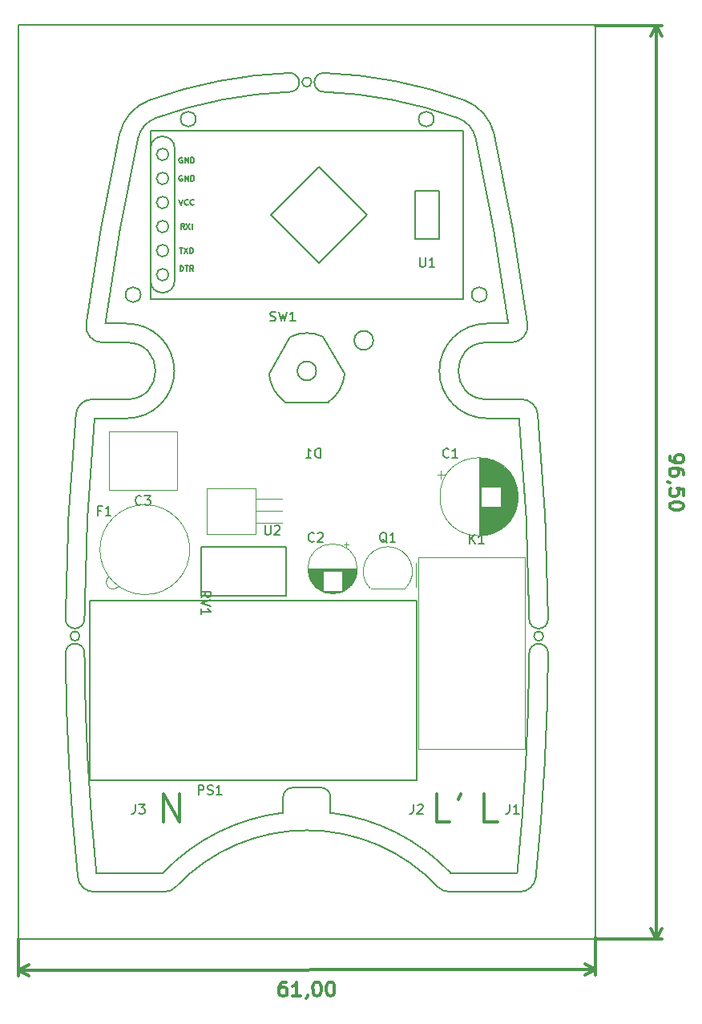
<source format=gbr>
%TF.GenerationSoftware,KiCad,Pcbnew,(5.0.1)-4*%
%TF.CreationDate,2019-03-28T09:30:10+01:00*%
%TF.ProjectId,Funk-Schaltsteckdose,46756E6B2D536368616C74737465636B,rev?*%
%TF.SameCoordinates,Original*%
%TF.FileFunction,Legend,Top*%
%TF.FilePolarity,Positive*%
%FSLAX46Y46*%
G04 Gerber Fmt 4.6, Leading zero omitted, Abs format (unit mm)*
G04 Created by KiCad (PCBNEW (5.0.1)-4) date 28.03.2019 09:30:10*
%MOMM*%
%LPD*%
G01*
G04 APERTURE LIST*
%ADD10C,0.300000*%
%ADD11C,0.150000*%
%ADD12C,0.200000*%
%ADD13C,0.120000*%
G04 APERTURE END LIST*
D10*
X138329877Y-108971042D02*
X138329995Y-109256756D01*
X138401483Y-109399584D01*
X138472941Y-109470983D01*
X138687286Y-109613751D01*
X138973030Y-109685061D01*
X139544459Y-109684824D01*
X139687286Y-109613336D01*
X139758685Y-109541878D01*
X139830055Y-109398991D01*
X139829936Y-109113277D01*
X139758448Y-108970449D01*
X139686990Y-108899050D01*
X139544103Y-108827681D01*
X139186960Y-108827829D01*
X139044133Y-108899317D01*
X138972734Y-108970775D01*
X138901365Y-109113662D01*
X138901483Y-109399376D01*
X138972971Y-109542204D01*
X139044429Y-109613603D01*
X139187316Y-109684972D01*
X139830706Y-110970420D02*
X139830588Y-110684705D01*
X139759100Y-110541878D01*
X139687642Y-110470479D01*
X139473297Y-110327711D01*
X139187553Y-110256401D01*
X138616124Y-110256638D01*
X138473297Y-110328125D01*
X138401898Y-110399584D01*
X138330529Y-110542470D01*
X138330647Y-110828185D01*
X138402135Y-110971012D01*
X138473593Y-111042411D01*
X138616480Y-111113780D01*
X138973623Y-111113632D01*
X139116450Y-111042144D01*
X139187849Y-110970686D01*
X139259218Y-110827799D01*
X139259100Y-110542085D01*
X139187612Y-110399258D01*
X139116154Y-110327859D01*
X138973267Y-110256489D01*
X138402490Y-111828155D02*
X138331062Y-111828184D01*
X138188175Y-111756815D01*
X138116717Y-111685416D01*
X139831624Y-113184705D02*
X139831328Y-112470420D01*
X139117013Y-112399287D01*
X139188471Y-112470686D01*
X139259959Y-112613514D01*
X139260107Y-112970656D01*
X139188738Y-113113543D01*
X139117339Y-113185001D01*
X138974511Y-113256489D01*
X138617368Y-113256637D01*
X138474482Y-113185268D01*
X138403023Y-113113869D01*
X138331536Y-112971041D01*
X138331388Y-112613899D01*
X138402757Y-112471012D01*
X138474156Y-112399554D01*
X139832039Y-114184705D02*
X139832098Y-114327562D01*
X139760729Y-114470449D01*
X139689330Y-114541907D01*
X139546503Y-114613395D01*
X139260818Y-114684942D01*
X138903675Y-114685090D01*
X138617931Y-114613780D01*
X138475044Y-114542411D01*
X138403586Y-114471012D01*
X138332098Y-114328184D01*
X138332039Y-114185327D01*
X138403409Y-114042440D01*
X138474807Y-113970982D01*
X138617635Y-113899494D01*
X138903320Y-113827947D01*
X139260462Y-113827799D01*
X139546206Y-113899109D01*
X139689093Y-113970479D01*
X139760551Y-114041878D01*
X139832039Y-114184705D01*
X136889604Y-63527346D02*
X136929604Y-159987346D01*
X130490000Y-63530000D02*
X137476025Y-63527103D01*
X130530000Y-159990000D02*
X137516025Y-159987103D01*
X136929604Y-159987346D02*
X136342716Y-158861086D01*
X136929604Y-159987346D02*
X137515558Y-158860599D01*
X136889604Y-63527346D02*
X136303650Y-64654093D01*
X136889604Y-63527346D02*
X137476492Y-64653606D01*
X97787536Y-164519697D02*
X97501822Y-164520119D01*
X97359070Y-164591758D01*
X97287747Y-164663292D01*
X97145207Y-164877788D01*
X97074200Y-165163608D01*
X97075043Y-165735036D01*
X97146682Y-165877787D01*
X97218216Y-165949110D01*
X97361179Y-166020328D01*
X97646893Y-166019907D01*
X97789644Y-165948267D01*
X97860967Y-165876733D01*
X97932185Y-165733771D01*
X97931658Y-165376628D01*
X97860019Y-165233877D01*
X97788485Y-165162554D01*
X97645522Y-165091336D01*
X97359808Y-165091758D01*
X97217057Y-165163397D01*
X97145734Y-165234931D01*
X97074516Y-165377893D01*
X99361176Y-166017377D02*
X98504034Y-166018642D01*
X98932605Y-166018009D02*
X98930392Y-164518011D01*
X98787851Y-164732507D01*
X98645205Y-164875575D01*
X98502453Y-164947214D01*
X100075356Y-165944894D02*
X100075461Y-166016323D01*
X100004244Y-166159285D01*
X99932921Y-166230819D01*
X101001818Y-164514954D02*
X101144675Y-164514743D01*
X101287638Y-164585961D01*
X101359172Y-164657284D01*
X101430811Y-164800036D01*
X101502661Y-165085644D01*
X101503188Y-165442787D01*
X101432181Y-165728606D01*
X101360963Y-165871569D01*
X101289640Y-165943102D01*
X101146889Y-166014742D01*
X101004032Y-166014953D01*
X100861069Y-165943735D01*
X100789535Y-165872412D01*
X100717896Y-165729660D01*
X100646046Y-165444052D01*
X100645519Y-165086909D01*
X100716526Y-164801090D01*
X100787744Y-164658127D01*
X100859067Y-164586593D01*
X101001818Y-164514954D01*
X102430388Y-164512846D02*
X102573245Y-164512635D01*
X102716208Y-164583853D01*
X102787741Y-164655176D01*
X102859381Y-164797928D01*
X102931231Y-165083536D01*
X102931758Y-165440679D01*
X102860751Y-165726498D01*
X102789533Y-165869460D01*
X102718210Y-165940994D01*
X102575459Y-166012634D01*
X102432602Y-166012844D01*
X102289639Y-165941627D01*
X102218105Y-165870304D01*
X102146466Y-165727552D01*
X102074616Y-165441944D01*
X102074089Y-165084801D01*
X102145096Y-164798982D01*
X102216313Y-164656019D01*
X102287637Y-164584485D01*
X102430388Y-164512846D01*
X69504933Y-163282860D02*
X130494933Y-163192860D01*
X69500000Y-159940000D02*
X69505798Y-163869280D01*
X130490000Y-159850000D02*
X130495798Y-163779280D01*
X130494933Y-163192860D02*
X129369296Y-163780942D01*
X130494933Y-163192860D02*
X129367565Y-162608102D01*
X69504933Y-163282860D02*
X70632301Y-163867618D01*
X69504933Y-163282860D02*
X70630570Y-162694778D01*
X120151571Y-147662142D02*
X118723000Y-147662142D01*
X118723000Y-144662142D01*
X115119285Y-147662142D02*
X113690714Y-147662142D01*
X113690714Y-144662142D01*
X116262142Y-144662142D02*
X115976428Y-145233571D01*
X84837857Y-147662142D02*
X84837857Y-144662142D01*
X86552142Y-147662142D01*
X86552142Y-144662142D01*
D11*
X113419000Y-73407000D02*
G75*
G03X113419000Y-73407000I-800000J0D01*
G01*
X88273000Y-73407000D02*
G75*
G03X88273000Y-73407000I-800000J0D01*
G01*
X82447000Y-91949000D02*
G75*
G03X82447000Y-91949000I-800000J0D01*
G01*
X119023000Y-91949000D02*
G75*
G03X119023000Y-91949000I-800000J0D01*
G01*
X107015000Y-96775000D02*
G75*
G03X107015000Y-96775000I-1000000J0D01*
G01*
D12*
X82150901Y-75467983D02*
G75*
G02X84065149Y-73283707I2931366J-638041D01*
G01*
X81000000Y-95000000D02*
G75*
G02X81000000Y-105000000I0J-5000000D01*
G01*
X80196658Y-75042623D02*
G75*
G02X83387070Y-71402163I4885609J-1063401D01*
G01*
X115068543Y-155000001D02*
G75*
G02X113820194Y-154461510I0J1716230D01*
G01*
X122685153Y-103000000D02*
G75*
G02X124393757Y-104554632I0J-1716229D01*
G01*
X74506558Y-129807258D02*
G75*
G02X76506506Y-129792742I999974J7258D01*
G01*
X101762500Y-70533059D02*
G75*
G02X115934851Y-73283707I-1762500J-46966941D01*
G01*
X101837500Y-68534465D02*
G75*
G02X116612930Y-71402163I-1837500J-48965535D01*
G01*
X76506506Y-126207258D02*
G75*
G02X77573182Y-105000000I246993494J-1792742D01*
G01*
X78390001Y-97000000D02*
X81000000Y-97000000D01*
X125493442Y-126192742D02*
G75*
G02X123493494Y-126207258I-999974J-7258D01*
G01*
X76506505Y-126207258D02*
G75*
G02X74506559Y-126192742I-999973J7258D01*
G01*
X75606243Y-104554632D02*
G75*
G02X77314847Y-103000000I1708604J-161597D01*
G01*
X83387070Y-71402163D02*
G75*
G02X98162500Y-68534465I16612930J-46097837D01*
G01*
X97500000Y-145000000D02*
G75*
G02X98500000Y-144000000I1000000J0D01*
G01*
X123493494Y-129792742D02*
G75*
G02X122231561Y-153000000I-246993494J1792742D01*
G01*
X75804972Y-153459248D02*
G75*
G02X74506559Y-129807258I247695028J25459248D01*
G01*
X81000000Y-95000000D02*
X78714380Y-95000000D01*
X122426818Y-105000000D02*
G75*
G02X123493494Y-126207258I-245926818J-23000000D01*
G01*
X119803342Y-75042623D02*
G75*
G02X123311142Y-95056710I-243303342J-52957377D01*
G01*
X98162500Y-68534465D02*
G75*
G02X98237500Y-70533059I37500J-999297D01*
G01*
X81000000Y-97000000D02*
G75*
G02X81000000Y-103000000I0J-3000000D01*
G01*
X76688858Y-95056710D02*
G75*
G02X80196658Y-75042623I246811142J-32943290D01*
G01*
X125493442Y-129807258D02*
G75*
G02X124195028Y-153459249I-248993442J1807258D01*
G01*
X101762500Y-70533059D02*
G75*
G02X101837500Y-68534465I37500J999297D01*
G01*
X77512207Y-155000001D02*
G75*
G02X75804972Y-153459249I0J1716230D01*
G01*
X102500000Y-146649341D02*
G75*
G02X115190458Y-153000000I-2500000J-20850659D01*
G01*
X124195027Y-153459249D02*
G75*
G02X122487793Y-155000000I-1707234J175478D01*
G01*
X116612930Y-71402163D02*
G75*
G02X119803342Y-75042623I-1695197J-4703861D01*
G01*
X86179806Y-154461510D02*
G75*
G02X113820194Y-154461510I13820194J-13038490D01*
G01*
X119000000Y-103000000D02*
G75*
G02X119000000Y-97000000I0J3000000D01*
G01*
X124393757Y-104554632D02*
G75*
G02X125493441Y-126192742I-247893757J-23445368D01*
G01*
X123311141Y-95056710D02*
G75*
G02X121609999Y-97000000I-1701142J-227061D01*
G01*
X115934851Y-73283707D02*
G75*
G02X117849098Y-75467983I-1017118J-2822317D01*
G01*
X74506559Y-126192742D02*
G75*
G02X75606243Y-104554632I248993441J-1807258D01*
G01*
X123493495Y-129792742D02*
G75*
G02X125493441Y-129807258I999973J-7258D01*
G01*
X78390001Y-97000001D02*
G75*
G02X76688858Y-95056710I0J1716230D01*
G01*
X81000000Y-103000000D02*
X77314847Y-103000000D01*
X78714380Y-95000000D02*
G75*
G02X82150902Y-75467983I244785620J-33000000D01*
G01*
X101500000Y-144000000D02*
G75*
G02X102500000Y-145000000I0J-1000000D01*
G01*
X84809542Y-153000000D02*
G75*
G02X97500000Y-146649341I15190458J-14500000D01*
G01*
X86179805Y-154461510D02*
G75*
G02X84931457Y-155000000I-1248348J1177739D01*
G01*
X84065149Y-73283707D02*
G75*
G02X98237500Y-70533059I15934851J-44216293D01*
G01*
X119000000Y-105000000D02*
G75*
G02X119000000Y-95000000I0J5000000D01*
G01*
X77573182Y-105000000D02*
X81000000Y-105000000D01*
X117849098Y-75467983D02*
G75*
G02X121285620Y-95000000I-241349098J-52532017D01*
G01*
X77768439Y-153000000D02*
G75*
G02X76506506Y-129792742I245731561J25000000D01*
G01*
X97500000Y-145000000D02*
X97500000Y-146649341D01*
X101500000Y-144000000D02*
X98500000Y-144000000D01*
X102500000Y-146649341D02*
X102500000Y-145000000D01*
X119000000Y-97000000D02*
X121609999Y-97000000D01*
X69500000Y-63500000D02*
X69500000Y-160000000D01*
X69500000Y-160000000D02*
X130500000Y-160000000D01*
X76000000Y-128000000D02*
G75*
G03X76000000Y-128000000I-500000J0D01*
G01*
X77512207Y-155000000D02*
X84931457Y-155000000D01*
X119000000Y-105000000D02*
X122426818Y-105000000D01*
X122231561Y-153000000D02*
X115190458Y-153000000D01*
X115068543Y-155000000D02*
X122487793Y-155000000D01*
X84809542Y-153000000D02*
X77768439Y-153000000D01*
X130500000Y-160000000D02*
X130500000Y-63500000D01*
X121285620Y-95000000D02*
X119000000Y-95000000D01*
X122685153Y-103000000D02*
X119000000Y-103000000D01*
X130500000Y-63500000D02*
X69500000Y-63500000D01*
X125000000Y-128000000D02*
G75*
G03X125000000Y-128000000I-500000J0D01*
G01*
X100500000Y-69500000D02*
G75*
G03X100500000Y-69500000I-500000J0D01*
G01*
D11*
X83490000Y-76505000D02*
G75*
G02X86030000Y-76505000I1270000J0D01*
G01*
X86030000Y-90475000D02*
G75*
G02X83490000Y-90475000I-1270000J0D01*
G01*
X86030000Y-90475000D02*
X86030000Y-76505000D01*
X83490000Y-76505000D02*
X83490000Y-90475000D01*
D13*
%TO.C,K1*%
X111535000Y-120280000D02*
X111535000Y-122780000D01*
X111810000Y-139930000D02*
X111810000Y-119655000D01*
X123060000Y-139930000D02*
X111810000Y-139930000D01*
X123060000Y-119655000D02*
X123060000Y-139930000D01*
X111810000Y-119655000D02*
X123060000Y-119655000D01*
D11*
%TO.C,U1*%
X116510000Y-92380000D02*
X116510000Y-74600000D01*
X83490000Y-92380000D02*
X116510000Y-92380000D01*
X83490000Y-74600000D02*
X83490000Y-92380000D01*
X116510000Y-74600000D02*
X83490000Y-74600000D01*
X106350000Y-83490000D02*
X101270000Y-78410000D01*
X101270000Y-88570000D02*
X106350000Y-83490000D01*
X96190000Y-83490000D02*
X101270000Y-88570000D01*
X101270000Y-78410000D02*
X96190000Y-83490000D01*
X111430000Y-86030000D02*
X113970000Y-86030000D01*
X111430000Y-80950000D02*
X111430000Y-86030000D01*
X113970000Y-80950000D02*
X111430000Y-80950000D01*
X113970000Y-86030000D02*
X113970000Y-80950000D01*
X85395000Y-89840000D02*
G75*
G03X85395000Y-89840000I-635000J0D01*
G01*
X85395000Y-87300000D02*
G75*
G03X85395000Y-87300000I-635000J0D01*
G01*
X85395000Y-84760000D02*
G75*
G03X85395000Y-84760000I-635000J0D01*
G01*
X85395000Y-82220000D02*
G75*
G03X85395000Y-82220000I-635000J0D01*
G01*
X85395000Y-79680000D02*
G75*
G03X85395000Y-79680000I-635000J0D01*
G01*
X85395000Y-77140000D02*
G75*
G03X85395000Y-77140000I-635000J0D01*
G01*
D13*
%TO.C,U2*%
X97375000Y-113539000D02*
X94585000Y-113539000D01*
X97375000Y-114809000D02*
X94585000Y-114809000D01*
X97375000Y-116079000D02*
X94585000Y-116079000D01*
X94585000Y-112409000D02*
X94585000Y-117209000D01*
X94585000Y-117209000D02*
X89395000Y-117209000D01*
X89395000Y-117209000D02*
X89395000Y-112409000D01*
X89395000Y-112409000D02*
X94585000Y-112409000D01*
%TO.C,Q1*%
X106755000Y-123009000D02*
X110355000Y-123009000D01*
X106716522Y-122997478D02*
G75*
G02X108555000Y-118559000I1838478J1838478D01*
G01*
X110393478Y-122997478D02*
G75*
G03X108555000Y-118559000I-1838478J1838478D01*
G01*
D11*
%TO.C,PS1*%
X77071000Y-124239000D02*
X111571000Y-124239000D01*
X77071000Y-143239000D02*
X77071000Y-124239000D01*
X111571000Y-143239000D02*
X77071000Y-143239000D01*
X111571000Y-124239000D02*
X111571000Y-143239000D01*
D13*
%TO.C,C2*%
X105333000Y-120885000D02*
G75*
G03X105333000Y-120885000I-2620000J0D01*
G01*
X105293000Y-120885000D02*
X100133000Y-120885000D01*
X105293000Y-120925000D02*
X100133000Y-120925000D01*
X105292000Y-120965000D02*
X100134000Y-120965000D01*
X105291000Y-121005000D02*
X100135000Y-121005000D01*
X105289000Y-121045000D02*
X100137000Y-121045000D01*
X105286000Y-121085000D02*
X100140000Y-121085000D01*
X105282000Y-121125000D02*
X103753000Y-121125000D01*
X101673000Y-121125000D02*
X100144000Y-121125000D01*
X105278000Y-121165000D02*
X103753000Y-121165000D01*
X101673000Y-121165000D02*
X100148000Y-121165000D01*
X105274000Y-121205000D02*
X103753000Y-121205000D01*
X101673000Y-121205000D02*
X100152000Y-121205000D01*
X105269000Y-121245000D02*
X103753000Y-121245000D01*
X101673000Y-121245000D02*
X100157000Y-121245000D01*
X105263000Y-121285000D02*
X103753000Y-121285000D01*
X101673000Y-121285000D02*
X100163000Y-121285000D01*
X105256000Y-121325000D02*
X103753000Y-121325000D01*
X101673000Y-121325000D02*
X100170000Y-121325000D01*
X105249000Y-121365000D02*
X103753000Y-121365000D01*
X101673000Y-121365000D02*
X100177000Y-121365000D01*
X105241000Y-121405000D02*
X103753000Y-121405000D01*
X101673000Y-121405000D02*
X100185000Y-121405000D01*
X105233000Y-121445000D02*
X103753000Y-121445000D01*
X101673000Y-121445000D02*
X100193000Y-121445000D01*
X105224000Y-121485000D02*
X103753000Y-121485000D01*
X101673000Y-121485000D02*
X100202000Y-121485000D01*
X105214000Y-121525000D02*
X103753000Y-121525000D01*
X101673000Y-121525000D02*
X100212000Y-121525000D01*
X105204000Y-121565000D02*
X103753000Y-121565000D01*
X101673000Y-121565000D02*
X100222000Y-121565000D01*
X105193000Y-121606000D02*
X103753000Y-121606000D01*
X101673000Y-121606000D02*
X100233000Y-121606000D01*
X105181000Y-121646000D02*
X103753000Y-121646000D01*
X101673000Y-121646000D02*
X100245000Y-121646000D01*
X105168000Y-121686000D02*
X103753000Y-121686000D01*
X101673000Y-121686000D02*
X100258000Y-121686000D01*
X105155000Y-121726000D02*
X103753000Y-121726000D01*
X101673000Y-121726000D02*
X100271000Y-121726000D01*
X105141000Y-121766000D02*
X103753000Y-121766000D01*
X101673000Y-121766000D02*
X100285000Y-121766000D01*
X105127000Y-121806000D02*
X103753000Y-121806000D01*
X101673000Y-121806000D02*
X100299000Y-121806000D01*
X105111000Y-121846000D02*
X103753000Y-121846000D01*
X101673000Y-121846000D02*
X100315000Y-121846000D01*
X105095000Y-121886000D02*
X103753000Y-121886000D01*
X101673000Y-121886000D02*
X100331000Y-121886000D01*
X105078000Y-121926000D02*
X103753000Y-121926000D01*
X101673000Y-121926000D02*
X100348000Y-121926000D01*
X105061000Y-121966000D02*
X103753000Y-121966000D01*
X101673000Y-121966000D02*
X100365000Y-121966000D01*
X105042000Y-122006000D02*
X103753000Y-122006000D01*
X101673000Y-122006000D02*
X100384000Y-122006000D01*
X105023000Y-122046000D02*
X103753000Y-122046000D01*
X101673000Y-122046000D02*
X100403000Y-122046000D01*
X105003000Y-122086000D02*
X103753000Y-122086000D01*
X101673000Y-122086000D02*
X100423000Y-122086000D01*
X104981000Y-122126000D02*
X103753000Y-122126000D01*
X101673000Y-122126000D02*
X100445000Y-122126000D01*
X104960000Y-122166000D02*
X103753000Y-122166000D01*
X101673000Y-122166000D02*
X100466000Y-122166000D01*
X104937000Y-122206000D02*
X103753000Y-122206000D01*
X101673000Y-122206000D02*
X100489000Y-122206000D01*
X104913000Y-122246000D02*
X103753000Y-122246000D01*
X101673000Y-122246000D02*
X100513000Y-122246000D01*
X104888000Y-122286000D02*
X103753000Y-122286000D01*
X101673000Y-122286000D02*
X100538000Y-122286000D01*
X104862000Y-122326000D02*
X103753000Y-122326000D01*
X101673000Y-122326000D02*
X100564000Y-122326000D01*
X104835000Y-122366000D02*
X103753000Y-122366000D01*
X101673000Y-122366000D02*
X100591000Y-122366000D01*
X104808000Y-122406000D02*
X103753000Y-122406000D01*
X101673000Y-122406000D02*
X100618000Y-122406000D01*
X104778000Y-122446000D02*
X103753000Y-122446000D01*
X101673000Y-122446000D02*
X100648000Y-122446000D01*
X104748000Y-122486000D02*
X103753000Y-122486000D01*
X101673000Y-122486000D02*
X100678000Y-122486000D01*
X104717000Y-122526000D02*
X103753000Y-122526000D01*
X101673000Y-122526000D02*
X100709000Y-122526000D01*
X104684000Y-122566000D02*
X103753000Y-122566000D01*
X101673000Y-122566000D02*
X100742000Y-122566000D01*
X104650000Y-122606000D02*
X103753000Y-122606000D01*
X101673000Y-122606000D02*
X100776000Y-122606000D01*
X104614000Y-122646000D02*
X103753000Y-122646000D01*
X101673000Y-122646000D02*
X100812000Y-122646000D01*
X104577000Y-122686000D02*
X103753000Y-122686000D01*
X101673000Y-122686000D02*
X100849000Y-122686000D01*
X104539000Y-122726000D02*
X103753000Y-122726000D01*
X101673000Y-122726000D02*
X100887000Y-122726000D01*
X104498000Y-122766000D02*
X103753000Y-122766000D01*
X101673000Y-122766000D02*
X100928000Y-122766000D01*
X104456000Y-122806000D02*
X103753000Y-122806000D01*
X101673000Y-122806000D02*
X100970000Y-122806000D01*
X104412000Y-122846000D02*
X103753000Y-122846000D01*
X101673000Y-122846000D02*
X101014000Y-122846000D01*
X104366000Y-122886000D02*
X103753000Y-122886000D01*
X101673000Y-122886000D02*
X101060000Y-122886000D01*
X104318000Y-122926000D02*
X103753000Y-122926000D01*
X101673000Y-122926000D02*
X101108000Y-122926000D01*
X104267000Y-122966000D02*
X103753000Y-122966000D01*
X101673000Y-122966000D02*
X101159000Y-122966000D01*
X104213000Y-123006000D02*
X103753000Y-123006000D01*
X101673000Y-123006000D02*
X101213000Y-123006000D01*
X104156000Y-123046000D02*
X103753000Y-123046000D01*
X101673000Y-123046000D02*
X101270000Y-123046000D01*
X104096000Y-123086000D02*
X103753000Y-123086000D01*
X101673000Y-123086000D02*
X101330000Y-123086000D01*
X104032000Y-123126000D02*
X103753000Y-123126000D01*
X101673000Y-123126000D02*
X101394000Y-123126000D01*
X103964000Y-123166000D02*
X103753000Y-123166000D01*
X101673000Y-123166000D02*
X101462000Y-123166000D01*
X103891000Y-123206000D02*
X101535000Y-123206000D01*
X103811000Y-123246000D02*
X101615000Y-123246000D01*
X103724000Y-123286000D02*
X101702000Y-123286000D01*
X103628000Y-123326000D02*
X101798000Y-123326000D01*
X103518000Y-123366000D02*
X101908000Y-123366000D01*
X103390000Y-123406000D02*
X102036000Y-123406000D01*
X103231000Y-123446000D02*
X102195000Y-123446000D01*
X102997000Y-123486000D02*
X102429000Y-123486000D01*
X104188000Y-118080225D02*
X104188000Y-118580225D01*
X104438000Y-118330225D02*
X103938000Y-118330225D01*
%TO.C,C1*%
X122307000Y-113285000D02*
G75*
G03X122307000Y-113285000I-4120000J0D01*
G01*
X118187000Y-109205000D02*
X118187000Y-117365000D01*
X118227000Y-109205000D02*
X118227000Y-117365000D01*
X118267000Y-109205000D02*
X118267000Y-117365000D01*
X118307000Y-109206000D02*
X118307000Y-117364000D01*
X118347000Y-109208000D02*
X118347000Y-117362000D01*
X118387000Y-109209000D02*
X118387000Y-117361000D01*
X118427000Y-109211000D02*
X118427000Y-112245000D01*
X118427000Y-114325000D02*
X118427000Y-117359000D01*
X118467000Y-109214000D02*
X118467000Y-112245000D01*
X118467000Y-114325000D02*
X118467000Y-117356000D01*
X118507000Y-109217000D02*
X118507000Y-112245000D01*
X118507000Y-114325000D02*
X118507000Y-117353000D01*
X118547000Y-109220000D02*
X118547000Y-112245000D01*
X118547000Y-114325000D02*
X118547000Y-117350000D01*
X118587000Y-109224000D02*
X118587000Y-112245000D01*
X118587000Y-114325000D02*
X118587000Y-117346000D01*
X118627000Y-109228000D02*
X118627000Y-112245000D01*
X118627000Y-114325000D02*
X118627000Y-117342000D01*
X118667000Y-109233000D02*
X118667000Y-112245000D01*
X118667000Y-114325000D02*
X118667000Y-117337000D01*
X118707000Y-109237000D02*
X118707000Y-112245000D01*
X118707000Y-114325000D02*
X118707000Y-117333000D01*
X118747000Y-109243000D02*
X118747000Y-112245000D01*
X118747000Y-114325000D02*
X118747000Y-117327000D01*
X118787000Y-109248000D02*
X118787000Y-112245000D01*
X118787000Y-114325000D02*
X118787000Y-117322000D01*
X118827000Y-109255000D02*
X118827000Y-112245000D01*
X118827000Y-114325000D02*
X118827000Y-117315000D01*
X118867000Y-109261000D02*
X118867000Y-112245000D01*
X118867000Y-114325000D02*
X118867000Y-117309000D01*
X118908000Y-109268000D02*
X118908000Y-112245000D01*
X118908000Y-114325000D02*
X118908000Y-117302000D01*
X118948000Y-109275000D02*
X118948000Y-112245000D01*
X118948000Y-114325000D02*
X118948000Y-117295000D01*
X118988000Y-109283000D02*
X118988000Y-112245000D01*
X118988000Y-114325000D02*
X118988000Y-117287000D01*
X119028000Y-109291000D02*
X119028000Y-112245000D01*
X119028000Y-114325000D02*
X119028000Y-117279000D01*
X119068000Y-109300000D02*
X119068000Y-112245000D01*
X119068000Y-114325000D02*
X119068000Y-117270000D01*
X119108000Y-109309000D02*
X119108000Y-112245000D01*
X119108000Y-114325000D02*
X119108000Y-117261000D01*
X119148000Y-109318000D02*
X119148000Y-112245000D01*
X119148000Y-114325000D02*
X119148000Y-117252000D01*
X119188000Y-109328000D02*
X119188000Y-112245000D01*
X119188000Y-114325000D02*
X119188000Y-117242000D01*
X119228000Y-109338000D02*
X119228000Y-112245000D01*
X119228000Y-114325000D02*
X119228000Y-117232000D01*
X119268000Y-109349000D02*
X119268000Y-112245000D01*
X119268000Y-114325000D02*
X119268000Y-117221000D01*
X119308000Y-109360000D02*
X119308000Y-112245000D01*
X119308000Y-114325000D02*
X119308000Y-117210000D01*
X119348000Y-109371000D02*
X119348000Y-112245000D01*
X119348000Y-114325000D02*
X119348000Y-117199000D01*
X119388000Y-109383000D02*
X119388000Y-112245000D01*
X119388000Y-114325000D02*
X119388000Y-117187000D01*
X119428000Y-109396000D02*
X119428000Y-112245000D01*
X119428000Y-114325000D02*
X119428000Y-117174000D01*
X119468000Y-109408000D02*
X119468000Y-112245000D01*
X119468000Y-114325000D02*
X119468000Y-117162000D01*
X119508000Y-109422000D02*
X119508000Y-112245000D01*
X119508000Y-114325000D02*
X119508000Y-117148000D01*
X119548000Y-109435000D02*
X119548000Y-112245000D01*
X119548000Y-114325000D02*
X119548000Y-117135000D01*
X119588000Y-109450000D02*
X119588000Y-112245000D01*
X119588000Y-114325000D02*
X119588000Y-117120000D01*
X119628000Y-109464000D02*
X119628000Y-112245000D01*
X119628000Y-114325000D02*
X119628000Y-117106000D01*
X119668000Y-109480000D02*
X119668000Y-112245000D01*
X119668000Y-114325000D02*
X119668000Y-117090000D01*
X119708000Y-109495000D02*
X119708000Y-112245000D01*
X119708000Y-114325000D02*
X119708000Y-117075000D01*
X119748000Y-109511000D02*
X119748000Y-112245000D01*
X119748000Y-114325000D02*
X119748000Y-117059000D01*
X119788000Y-109528000D02*
X119788000Y-112245000D01*
X119788000Y-114325000D02*
X119788000Y-117042000D01*
X119828000Y-109545000D02*
X119828000Y-112245000D01*
X119828000Y-114325000D02*
X119828000Y-117025000D01*
X119868000Y-109563000D02*
X119868000Y-112245000D01*
X119868000Y-114325000D02*
X119868000Y-117007000D01*
X119908000Y-109581000D02*
X119908000Y-112245000D01*
X119908000Y-114325000D02*
X119908000Y-116989000D01*
X119948000Y-109599000D02*
X119948000Y-112245000D01*
X119948000Y-114325000D02*
X119948000Y-116971000D01*
X119988000Y-109619000D02*
X119988000Y-112245000D01*
X119988000Y-114325000D02*
X119988000Y-116951000D01*
X120028000Y-109638000D02*
X120028000Y-112245000D01*
X120028000Y-114325000D02*
X120028000Y-116932000D01*
X120068000Y-109658000D02*
X120068000Y-112245000D01*
X120068000Y-114325000D02*
X120068000Y-116912000D01*
X120108000Y-109679000D02*
X120108000Y-112245000D01*
X120108000Y-114325000D02*
X120108000Y-116891000D01*
X120148000Y-109701000D02*
X120148000Y-112245000D01*
X120148000Y-114325000D02*
X120148000Y-116869000D01*
X120188000Y-109723000D02*
X120188000Y-112245000D01*
X120188000Y-114325000D02*
X120188000Y-116847000D01*
X120228000Y-109745000D02*
X120228000Y-112245000D01*
X120228000Y-114325000D02*
X120228000Y-116825000D01*
X120268000Y-109768000D02*
X120268000Y-112245000D01*
X120268000Y-114325000D02*
X120268000Y-116802000D01*
X120308000Y-109792000D02*
X120308000Y-112245000D01*
X120308000Y-114325000D02*
X120308000Y-116778000D01*
X120348000Y-109816000D02*
X120348000Y-112245000D01*
X120348000Y-114325000D02*
X120348000Y-116754000D01*
X120388000Y-109841000D02*
X120388000Y-112245000D01*
X120388000Y-114325000D02*
X120388000Y-116729000D01*
X120428000Y-109867000D02*
X120428000Y-112245000D01*
X120428000Y-114325000D02*
X120428000Y-116703000D01*
X120468000Y-109893000D02*
X120468000Y-112245000D01*
X120468000Y-114325000D02*
X120468000Y-116677000D01*
X120508000Y-109920000D02*
X120508000Y-116650000D01*
X120548000Y-109947000D02*
X120548000Y-116623000D01*
X120588000Y-109976000D02*
X120588000Y-116594000D01*
X120628000Y-110005000D02*
X120628000Y-116565000D01*
X120668000Y-110035000D02*
X120668000Y-116535000D01*
X120708000Y-110065000D02*
X120708000Y-116505000D01*
X120748000Y-110096000D02*
X120748000Y-116474000D01*
X120788000Y-110129000D02*
X120788000Y-116441000D01*
X120828000Y-110161000D02*
X120828000Y-116409000D01*
X120868000Y-110195000D02*
X120868000Y-116375000D01*
X120908000Y-110230000D02*
X120908000Y-116340000D01*
X120948000Y-110266000D02*
X120948000Y-116304000D01*
X120988000Y-110302000D02*
X120988000Y-116268000D01*
X121028000Y-110340000D02*
X121028000Y-116230000D01*
X121068000Y-110378000D02*
X121068000Y-116192000D01*
X121108000Y-110418000D02*
X121108000Y-116152000D01*
X121148000Y-110459000D02*
X121148000Y-116111000D01*
X121188000Y-110501000D02*
X121188000Y-116069000D01*
X121228000Y-110544000D02*
X121228000Y-116026000D01*
X121268000Y-110588000D02*
X121268000Y-115982000D01*
X121308000Y-110634000D02*
X121308000Y-115936000D01*
X121348000Y-110681000D02*
X121348000Y-115889000D01*
X121388000Y-110729000D02*
X121388000Y-115841000D01*
X121428000Y-110780000D02*
X121428000Y-115790000D01*
X121468000Y-110831000D02*
X121468000Y-115739000D01*
X121508000Y-110885000D02*
X121508000Y-115685000D01*
X121548000Y-110940000D02*
X121548000Y-115630000D01*
X121588000Y-110998000D02*
X121588000Y-115572000D01*
X121628000Y-111057000D02*
X121628000Y-115513000D01*
X121668000Y-111119000D02*
X121668000Y-115451000D01*
X121708000Y-111183000D02*
X121708000Y-115387000D01*
X121748000Y-111251000D02*
X121748000Y-115319000D01*
X121788000Y-111321000D02*
X121788000Y-115249000D01*
X121828000Y-111395000D02*
X121828000Y-115175000D01*
X121868000Y-111472000D02*
X121868000Y-115098000D01*
X121908000Y-111554000D02*
X121908000Y-115016000D01*
X121948000Y-111640000D02*
X121948000Y-114930000D01*
X121988000Y-111733000D02*
X121988000Y-114837000D01*
X122028000Y-111832000D02*
X122028000Y-114738000D01*
X122068000Y-111939000D02*
X122068000Y-114631000D01*
X122108000Y-112056000D02*
X122108000Y-114514000D01*
X122148000Y-112187000D02*
X122148000Y-114383000D01*
X122188000Y-112337000D02*
X122188000Y-114233000D01*
X122228000Y-112517000D02*
X122228000Y-114053000D01*
X122268000Y-112752000D02*
X122268000Y-113818000D01*
X113777302Y-110970000D02*
X114577302Y-110970000D01*
X114177302Y-110570000D02*
X114177302Y-111370000D01*
%TO.C,C3*%
X86307000Y-112595000D02*
X79067000Y-112595000D01*
X86307000Y-106355000D02*
X79067000Y-106355000D01*
X86307000Y-112595000D02*
X86307000Y-106355000D01*
X79067000Y-112595000D02*
X79067000Y-106355000D01*
D12*
%TO.C,SW1*%
X101727618Y-96392323D02*
X103988149Y-100307677D01*
X96011851Y-100307677D02*
X98272382Y-96392323D01*
X97739469Y-103300000D02*
X102260531Y-103300000D01*
X98270932Y-96393017D02*
G75*
G02X101727618Y-96392323I1729068J-3606983D01*
G01*
X103988273Y-100306075D02*
G75*
G02X102260531Y-103300000I-3988273J306075D01*
G01*
X101000000Y-100000000D02*
G75*
G03X101000000Y-100000000I-1000000J0D01*
G01*
X97740795Y-103300908D02*
G75*
G02X96011851Y-100307677I2259205J3300908D01*
G01*
D13*
%TO.C,F1*%
X80111000Y-122723000D02*
X79971000Y-122843000D01*
X79971000Y-122843000D02*
X79811000Y-122933000D01*
X79811000Y-122933000D02*
X79561000Y-122983000D01*
X79561000Y-122983000D02*
X79301000Y-122953000D01*
X79301000Y-122953000D02*
X79041000Y-122803000D01*
X79041000Y-122803000D02*
X78871000Y-122583000D01*
X78871000Y-122583000D02*
X78791000Y-122293000D01*
X78791000Y-122293000D02*
X78831000Y-122003000D01*
X78831000Y-122003000D02*
X78911000Y-121823000D01*
X78911000Y-121823000D02*
X79061000Y-121693000D01*
X87641000Y-118873000D02*
G75*
G03X87641000Y-118873000I-4750000J0D01*
G01*
D11*
%TO.C,RV1*%
X88800000Y-123750000D02*
X97800000Y-123750000D01*
X88800000Y-118550000D02*
X97800000Y-118550000D01*
X97800000Y-118550000D02*
X97800000Y-123750000D01*
X88800000Y-118550000D02*
X88800000Y-123750000D01*
%TD*%
%TO.C,K1*%
X117196904Y-118257380D02*
X117196904Y-117257380D01*
X117768333Y-118257380D02*
X117339761Y-117685952D01*
X117768333Y-117257380D02*
X117196904Y-117828809D01*
X118720714Y-118257380D02*
X118149285Y-118257380D01*
X118435000Y-118257380D02*
X118435000Y-117257380D01*
X118339761Y-117400238D01*
X118244523Y-117495476D01*
X118149285Y-117543095D01*
%TO.C,J3*%
X81886666Y-145757380D02*
X81886666Y-146471666D01*
X81839047Y-146614523D01*
X81743809Y-146709761D01*
X81600952Y-146757380D01*
X81505714Y-146757380D01*
X82267619Y-145757380D02*
X82886666Y-145757380D01*
X82553333Y-146138333D01*
X82696190Y-146138333D01*
X82791428Y-146185952D01*
X82839047Y-146233571D01*
X82886666Y-146328809D01*
X82886666Y-146566904D01*
X82839047Y-146662142D01*
X82791428Y-146709761D01*
X82696190Y-146757380D01*
X82410476Y-146757380D01*
X82315238Y-146709761D01*
X82267619Y-146662142D01*
%TO.C,J2*%
X111269666Y-145757380D02*
X111269666Y-146471666D01*
X111222047Y-146614523D01*
X111126809Y-146709761D01*
X110983952Y-146757380D01*
X110888714Y-146757380D01*
X111698238Y-145852619D02*
X111745857Y-145805000D01*
X111841095Y-145757380D01*
X112079190Y-145757380D01*
X112174428Y-145805000D01*
X112222047Y-145852619D01*
X112269666Y-145947857D01*
X112269666Y-146043095D01*
X112222047Y-146185952D01*
X111650619Y-146757380D01*
X112269666Y-146757380D01*
%TO.C,J1*%
X121429666Y-145757380D02*
X121429666Y-146471666D01*
X121382047Y-146614523D01*
X121286809Y-146709761D01*
X121143952Y-146757380D01*
X121048714Y-146757380D01*
X122429666Y-146757380D02*
X121858238Y-146757380D01*
X122143952Y-146757380D02*
X122143952Y-145757380D01*
X122048714Y-145900238D01*
X121953476Y-145995476D01*
X121858238Y-146043095D01*
%TO.C,U1*%
X111938095Y-88022380D02*
X111938095Y-88831904D01*
X111985714Y-88927142D01*
X112033333Y-88974761D01*
X112128571Y-89022380D01*
X112319047Y-89022380D01*
X112414285Y-88974761D01*
X112461904Y-88927142D01*
X112509523Y-88831904D01*
X112509523Y-88022380D01*
X113509523Y-89022380D02*
X112938095Y-89022380D01*
X113223809Y-89022380D02*
X113223809Y-88022380D01*
X113128571Y-88165238D01*
X113033333Y-88260476D01*
X112938095Y-88308095D01*
X86842857Y-79380000D02*
X86785714Y-79351428D01*
X86700000Y-79351428D01*
X86614285Y-79380000D01*
X86557142Y-79437142D01*
X86528571Y-79494285D01*
X86500000Y-79608571D01*
X86500000Y-79694285D01*
X86528571Y-79808571D01*
X86557142Y-79865714D01*
X86614285Y-79922857D01*
X86700000Y-79951428D01*
X86757142Y-79951428D01*
X86842857Y-79922857D01*
X86871428Y-79894285D01*
X86871428Y-79694285D01*
X86757142Y-79694285D01*
X87128571Y-79951428D02*
X87128571Y-79351428D01*
X87471428Y-79951428D01*
X87471428Y-79351428D01*
X87757142Y-79951428D02*
X87757142Y-79351428D01*
X87900000Y-79351428D01*
X87985714Y-79380000D01*
X88042857Y-79437142D01*
X88071428Y-79494285D01*
X88100000Y-79608571D01*
X88100000Y-79694285D01*
X88071428Y-79808571D01*
X88042857Y-79865714D01*
X87985714Y-79922857D01*
X87900000Y-79951428D01*
X87757142Y-79951428D01*
X86842857Y-77475000D02*
X86785714Y-77446428D01*
X86700000Y-77446428D01*
X86614285Y-77475000D01*
X86557142Y-77532142D01*
X86528571Y-77589285D01*
X86500000Y-77703571D01*
X86500000Y-77789285D01*
X86528571Y-77903571D01*
X86557142Y-77960714D01*
X86614285Y-78017857D01*
X86700000Y-78046428D01*
X86757142Y-78046428D01*
X86842857Y-78017857D01*
X86871428Y-77989285D01*
X86871428Y-77789285D01*
X86757142Y-77789285D01*
X87128571Y-78046428D02*
X87128571Y-77446428D01*
X87471428Y-78046428D01*
X87471428Y-77446428D01*
X87757142Y-78046428D02*
X87757142Y-77446428D01*
X87900000Y-77446428D01*
X87985714Y-77475000D01*
X88042857Y-77532142D01*
X88071428Y-77589285D01*
X88100000Y-77703571D01*
X88100000Y-77789285D01*
X88071428Y-77903571D01*
X88042857Y-77960714D01*
X87985714Y-78017857D01*
X87900000Y-78046428D01*
X87757142Y-78046428D01*
X86614285Y-89476428D02*
X86614285Y-88876428D01*
X86757142Y-88876428D01*
X86842857Y-88905000D01*
X86900000Y-88962142D01*
X86928571Y-89019285D01*
X86957142Y-89133571D01*
X86957142Y-89219285D01*
X86928571Y-89333571D01*
X86900000Y-89390714D01*
X86842857Y-89447857D01*
X86757142Y-89476428D01*
X86614285Y-89476428D01*
X87128571Y-88876428D02*
X87471428Y-88876428D01*
X87300000Y-89476428D02*
X87300000Y-88876428D01*
X88014285Y-89476428D02*
X87814285Y-89190714D01*
X87671428Y-89476428D02*
X87671428Y-88876428D01*
X87900000Y-88876428D01*
X87957142Y-88905000D01*
X87985714Y-88933571D01*
X88014285Y-88990714D01*
X88014285Y-89076428D01*
X87985714Y-89133571D01*
X87957142Y-89162142D01*
X87900000Y-89190714D01*
X87671428Y-89190714D01*
X86542857Y-86971428D02*
X86885714Y-86971428D01*
X86714285Y-87571428D02*
X86714285Y-86971428D01*
X87028571Y-86971428D02*
X87428571Y-87571428D01*
X87428571Y-86971428D02*
X87028571Y-87571428D01*
X87657142Y-87571428D02*
X87657142Y-86971428D01*
X87800000Y-86971428D01*
X87885714Y-87000000D01*
X87942857Y-87057142D01*
X87971428Y-87114285D01*
X88000000Y-87228571D01*
X88000000Y-87314285D01*
X87971428Y-87428571D01*
X87942857Y-87485714D01*
X87885714Y-87542857D01*
X87800000Y-87571428D01*
X87657142Y-87571428D01*
X87057142Y-85031428D02*
X86857142Y-84745714D01*
X86714285Y-85031428D02*
X86714285Y-84431428D01*
X86942857Y-84431428D01*
X87000000Y-84460000D01*
X87028571Y-84488571D01*
X87057142Y-84545714D01*
X87057142Y-84631428D01*
X87028571Y-84688571D01*
X87000000Y-84717142D01*
X86942857Y-84745714D01*
X86714285Y-84745714D01*
X87257142Y-84431428D02*
X87657142Y-85031428D01*
X87657142Y-84431428D02*
X87257142Y-85031428D01*
X87885714Y-85031428D02*
X87885714Y-84431428D01*
X86500000Y-81891428D02*
X86700000Y-82491428D01*
X86900000Y-81891428D01*
X87442857Y-82434285D02*
X87414285Y-82462857D01*
X87328571Y-82491428D01*
X87271428Y-82491428D01*
X87185714Y-82462857D01*
X87128571Y-82405714D01*
X87100000Y-82348571D01*
X87071428Y-82234285D01*
X87071428Y-82148571D01*
X87100000Y-82034285D01*
X87128571Y-81977142D01*
X87185714Y-81920000D01*
X87271428Y-81891428D01*
X87328571Y-81891428D01*
X87414285Y-81920000D01*
X87442857Y-81948571D01*
X88042857Y-82434285D02*
X88014285Y-82462857D01*
X87928571Y-82491428D01*
X87871428Y-82491428D01*
X87785714Y-82462857D01*
X87728571Y-82405714D01*
X87700000Y-82348571D01*
X87671428Y-82234285D01*
X87671428Y-82148571D01*
X87700000Y-82034285D01*
X87728571Y-81977142D01*
X87785714Y-81920000D01*
X87871428Y-81891428D01*
X87928571Y-81891428D01*
X88014285Y-81920000D01*
X88042857Y-81948571D01*
%TO.C,D1*%
X101419095Y-109165380D02*
X101419095Y-108165380D01*
X101181000Y-108165380D01*
X101038142Y-108213000D01*
X100942904Y-108308238D01*
X100895285Y-108403476D01*
X100847666Y-108593952D01*
X100847666Y-108736809D01*
X100895285Y-108927285D01*
X100942904Y-109022523D01*
X101038142Y-109117761D01*
X101181000Y-109165380D01*
X101419095Y-109165380D01*
X99895285Y-109165380D02*
X100466714Y-109165380D01*
X100181000Y-109165380D02*
X100181000Y-108165380D01*
X100276238Y-108308238D01*
X100371476Y-108403476D01*
X100466714Y-108451095D01*
%TO.C,U2*%
X95601095Y-116293380D02*
X95601095Y-117102904D01*
X95648714Y-117198142D01*
X95696333Y-117245761D01*
X95791571Y-117293380D01*
X95982047Y-117293380D01*
X96077285Y-117245761D01*
X96124904Y-117198142D01*
X96172523Y-117102904D01*
X96172523Y-116293380D01*
X96601095Y-116388619D02*
X96648714Y-116341000D01*
X96743952Y-116293380D01*
X96982047Y-116293380D01*
X97077285Y-116341000D01*
X97124904Y-116388619D01*
X97172523Y-116483857D01*
X97172523Y-116579095D01*
X97124904Y-116721952D01*
X96553476Y-117293380D01*
X97172523Y-117293380D01*
%TO.C,Q1*%
X108459761Y-118146619D02*
X108364523Y-118099000D01*
X108269285Y-118003761D01*
X108126428Y-117860904D01*
X108031190Y-117813285D01*
X107935952Y-117813285D01*
X107983571Y-118051380D02*
X107888333Y-118003761D01*
X107793095Y-117908523D01*
X107745476Y-117718047D01*
X107745476Y-117384714D01*
X107793095Y-117194238D01*
X107888333Y-117099000D01*
X107983571Y-117051380D01*
X108174047Y-117051380D01*
X108269285Y-117099000D01*
X108364523Y-117194238D01*
X108412142Y-117384714D01*
X108412142Y-117718047D01*
X108364523Y-117908523D01*
X108269285Y-118003761D01*
X108174047Y-118051380D01*
X107983571Y-118051380D01*
X109364523Y-118051380D02*
X108793095Y-118051380D01*
X109078809Y-118051380D02*
X109078809Y-117051380D01*
X108983571Y-117194238D01*
X108888333Y-117289476D01*
X108793095Y-117337095D01*
%TO.C,PS1*%
X88544714Y-144725380D02*
X88544714Y-143725380D01*
X88925666Y-143725380D01*
X89020904Y-143773000D01*
X89068523Y-143820619D01*
X89116142Y-143915857D01*
X89116142Y-144058714D01*
X89068523Y-144153952D01*
X89020904Y-144201571D01*
X88925666Y-144249190D01*
X88544714Y-144249190D01*
X89497095Y-144677761D02*
X89639952Y-144725380D01*
X89878047Y-144725380D01*
X89973285Y-144677761D01*
X90020904Y-144630142D01*
X90068523Y-144534904D01*
X90068523Y-144439666D01*
X90020904Y-144344428D01*
X89973285Y-144296809D01*
X89878047Y-144249190D01*
X89687571Y-144201571D01*
X89592333Y-144153952D01*
X89544714Y-144106333D01*
X89497095Y-144011095D01*
X89497095Y-143915857D01*
X89544714Y-143820619D01*
X89592333Y-143773000D01*
X89687571Y-143725380D01*
X89925666Y-143725380D01*
X90068523Y-143773000D01*
X91020904Y-144725380D02*
X90449476Y-144725380D01*
X90735190Y-144725380D02*
X90735190Y-143725380D01*
X90639952Y-143868238D01*
X90544714Y-143963476D01*
X90449476Y-144011095D01*
%TO.C,C2*%
X100768333Y-117960142D02*
X100720714Y-118007761D01*
X100577857Y-118055380D01*
X100482619Y-118055380D01*
X100339761Y-118007761D01*
X100244523Y-117912523D01*
X100196904Y-117817285D01*
X100149285Y-117626809D01*
X100149285Y-117483952D01*
X100196904Y-117293476D01*
X100244523Y-117198238D01*
X100339761Y-117103000D01*
X100482619Y-117055380D01*
X100577857Y-117055380D01*
X100720714Y-117103000D01*
X100768333Y-117150619D01*
X101149285Y-117150619D02*
X101196904Y-117103000D01*
X101292142Y-117055380D01*
X101530238Y-117055380D01*
X101625476Y-117103000D01*
X101673095Y-117150619D01*
X101720714Y-117245857D01*
X101720714Y-117341095D01*
X101673095Y-117483952D01*
X101101666Y-118055380D01*
X101720714Y-118055380D01*
%TO.C,C1*%
X114992333Y-109070142D02*
X114944714Y-109117761D01*
X114801857Y-109165380D01*
X114706619Y-109165380D01*
X114563761Y-109117761D01*
X114468523Y-109022523D01*
X114420904Y-108927285D01*
X114373285Y-108736809D01*
X114373285Y-108593952D01*
X114420904Y-108403476D01*
X114468523Y-108308238D01*
X114563761Y-108213000D01*
X114706619Y-108165380D01*
X114801857Y-108165380D01*
X114944714Y-108213000D01*
X114992333Y-108260619D01*
X115944714Y-109165380D02*
X115373285Y-109165380D01*
X115659000Y-109165380D02*
X115659000Y-108165380D01*
X115563761Y-108308238D01*
X115468523Y-108403476D01*
X115373285Y-108451095D01*
%TO.C,C3*%
X82520333Y-114082142D02*
X82472714Y-114129761D01*
X82329857Y-114177380D01*
X82234619Y-114177380D01*
X82091761Y-114129761D01*
X81996523Y-114034523D01*
X81948904Y-113939285D01*
X81901285Y-113748809D01*
X81901285Y-113605952D01*
X81948904Y-113415476D01*
X81996523Y-113320238D01*
X82091761Y-113225000D01*
X82234619Y-113177380D01*
X82329857Y-113177380D01*
X82472714Y-113225000D01*
X82520333Y-113272619D01*
X82853666Y-113177380D02*
X83472714Y-113177380D01*
X83139380Y-113558333D01*
X83282238Y-113558333D01*
X83377476Y-113605952D01*
X83425095Y-113653571D01*
X83472714Y-113748809D01*
X83472714Y-113986904D01*
X83425095Y-114082142D01*
X83377476Y-114129761D01*
X83282238Y-114177380D01*
X82996523Y-114177380D01*
X82901285Y-114129761D01*
X82853666Y-114082142D01*
%TO.C,SW1*%
X96126666Y-94689761D02*
X96269523Y-94737380D01*
X96507619Y-94737380D01*
X96602857Y-94689761D01*
X96650476Y-94642142D01*
X96698095Y-94546904D01*
X96698095Y-94451666D01*
X96650476Y-94356428D01*
X96602857Y-94308809D01*
X96507619Y-94261190D01*
X96317142Y-94213571D01*
X96221904Y-94165952D01*
X96174285Y-94118333D01*
X96126666Y-94023095D01*
X96126666Y-93927857D01*
X96174285Y-93832619D01*
X96221904Y-93785000D01*
X96317142Y-93737380D01*
X96555238Y-93737380D01*
X96698095Y-93785000D01*
X97031428Y-93737380D02*
X97269523Y-94737380D01*
X97460000Y-94023095D01*
X97650476Y-94737380D01*
X97888571Y-93737380D01*
X98793333Y-94737380D02*
X98221904Y-94737380D01*
X98507619Y-94737380D02*
X98507619Y-93737380D01*
X98412380Y-93880238D01*
X98317142Y-93975476D01*
X98221904Y-94023095D01*
%TO.C,F1*%
X78249666Y-114737571D02*
X77916333Y-114737571D01*
X77916333Y-115261380D02*
X77916333Y-114261380D01*
X78392523Y-114261380D01*
X79297285Y-115261380D02*
X78725857Y-115261380D01*
X79011571Y-115261380D02*
X79011571Y-114261380D01*
X78916333Y-114404238D01*
X78821095Y-114499476D01*
X78725857Y-114547095D01*
%TO.C,RV1*%
X88823619Y-123876761D02*
X89299809Y-123543428D01*
X88823619Y-123305333D02*
X89823619Y-123305333D01*
X89823619Y-123686285D01*
X89776000Y-123781523D01*
X89728380Y-123829142D01*
X89633142Y-123876761D01*
X89490285Y-123876761D01*
X89395047Y-123829142D01*
X89347428Y-123781523D01*
X89299809Y-123686285D01*
X89299809Y-123305333D01*
X89823619Y-124162476D02*
X88823619Y-124495809D01*
X89823619Y-124829142D01*
X88823619Y-125686285D02*
X88823619Y-125114857D01*
X88823619Y-125400571D02*
X89823619Y-125400571D01*
X89680761Y-125305333D01*
X89585523Y-125210095D01*
X89537904Y-125114857D01*
%TD*%
M02*

</source>
